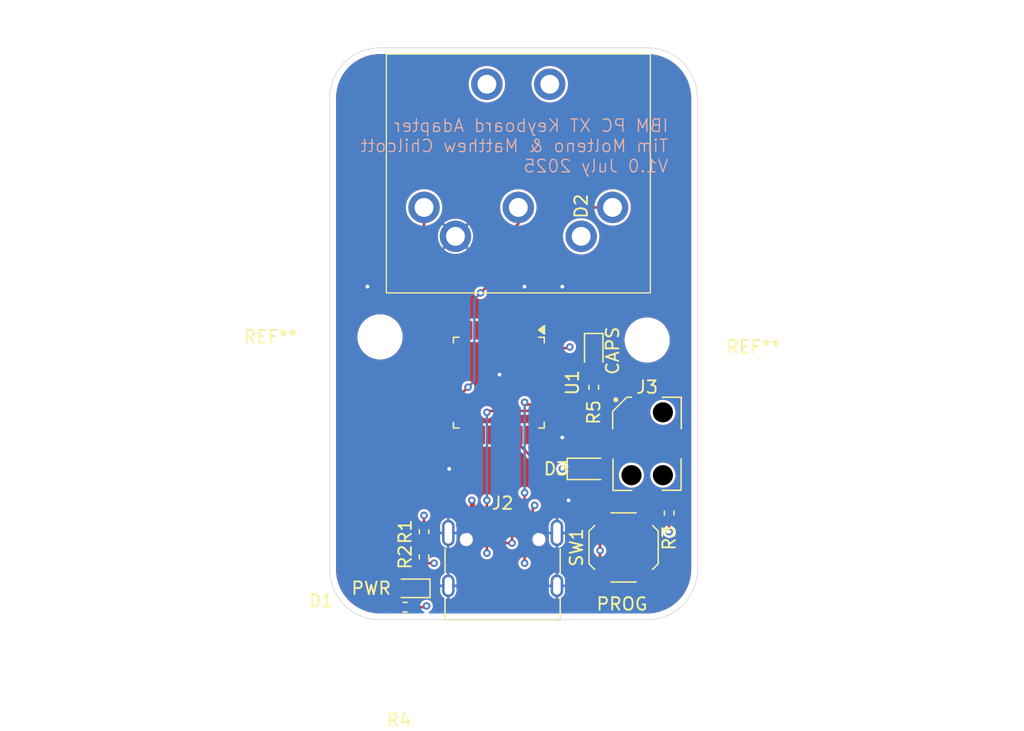
<source format=kicad_pcb>
(kicad_pcb (version 20241229) (generator "pcbnew") (generator_version "9.0")
  (layers (0 "F.Cu" signal) (4 "In1.Cu" signal) (6 "In2.Cu" signal) (2 "B.Cu" signal) (13 "F.Paste" user) (15 "B.Paste" user) (5 "F.SilkS" user "F.Silkscreen") (7 "B.SilkS" user "B.Silkscreen") (1 "F.Mask" user) (3 "B.Mask" user) (25 "Edge.Cuts" user))
  (net 0 "")
  (net 1 "Net-(D1-A)")
  (net 2 "GND")
  (net 3 "+5V")
  (net 4 "KBD_DATA")
  (net 5 "~{KBD_RESET}")
  (net 6 "KBD_CLK")
  (net 7 "UDM")
  (net 8 "UDP")
  (net 10 "CC1")
  (net 11 "CC2")
  (net 13 "Net-(R3-Pad2)")
  (net 29 "Net-(D2-A)")
  (net 39 "Net-(D3-A)")
  (net 53 "LED")
  (net 54 "Net-(J3-SWD)")
  (footprint "Resistor_SMD:R_0402_1005Metric" (layer "F.Cu") (at 156.5 112.01 90)
    (property "Reference" "R3" (at -1.99 0 90) (layer "F.SilkS"))
    (property "Value" "1k")
    (fp_line (start -0.153641 -0.38) (end 0.153641 -0.38) (stroke (width 0.12)) (layer "F.SilkS"))
    (fp_line (start -0.153641 0.38) (end 0.153641 0.38) (stroke (width 0.12)) (layer "F.SilkS"))
    (pad "1" smd roundrect (at -0.51 0 90) (size 0.54 0.64) (layers "F.Cu" "F.Mask" "F.Paste") (net 3 "+5V"))
    (pad "2" smd roundrect (at 0.51 0 90) (size 0.54 0.64) (layers "F.Cu" "F.Mask" "F.Paste") (net 13 "Net-(R3-Pad2)"))
  )
  (footprint "LED_SMD:LED_0603_1608Metric" (layer "F.Cu") (at 135.9875 118 180)
    (property "Reference" "D1" (at 7.1875 -1 0) (layer "F.SilkS"))
    (property "Value" "PWR" (at 3.1875 0 0) (layer "F.SilkS"))
    (fp_line (start 0.8 -0.735) (end -1.485 -0.735) (stroke (width 0.12)) (layer "F.SilkS"))
    (fp_line (start -1.485 0.735) (end 0.8 0.735) (stroke (width 0.12)) (layer "F.SilkS"))
    (fp_line (start -1.485 -0.735) (end -1.485 0.735) (stroke (width 0.12)) (layer "F.SilkS"))
    (pad "1" smd roundrect (at -0.7875 0 180) (size 0.875 0.95) (layers "F.Cu" "F.Mask" "F.Paste") (net 2 "GND"))
    (pad "2" smd roundrect (at 0.7875 0 180) (size 0.875 0.95) (layers "F.Cu" "F.Mask" "F.Paste") (net 1 "Net-(D1-A)"))
  )
  (footprint "Resistor_SMD:R_0402_1005Metric" (layer "F.Cu") (at 150.5 102.01 90)
    (property "Reference" "R5" (at -1.99 0 90) (layer "F.SilkS"))
    (property "Value" "1k")
    (fp_line (start -0.153641 -0.38) (end 0.153641 -0.38) (stroke (width 0.12)) (layer "F.SilkS"))
    (fp_line (start -0.153641 0.38) (end 0.153641 0.38) (stroke (width 0.12)) (layer "F.SilkS"))
    (pad "1" smd roundrect (at -0.51 0 90) (size 0.54 0.64) (layers "F.Cu" "F.Mask" "F.Paste") (net 53 "LED"))
    (pad "2" smd roundrect (at 0.51 0 90) (size 0.54 0.64) (layers "F.Cu" "F.Mask" "F.Paste") (net 29 "Net-(D2-A)"))
  )
  (footprint "Diode_SMD:D_SOD-323" (layer "F.Cu") (at 150 108.5)
    (property "Reference" "D3" (at -2.5 0 0) (layer "F.SilkS"))
    (property "Value" "1N5819")
    (fp_line (start -1.61 -0.85) (end -1.61 0.85) (stroke (width 0.12)) (layer "F.SilkS"))
    (fp_line (start -1.61 -0.85) (end 1.05 -0.85) (stroke (width 0.12)) (layer "F.SilkS"))
    (fp_line (start -1.61 0.85) (end 1.05 0.85) (stroke (width 0.12)) (layer "F.SilkS"))
    (pad "1" smd roundrect (at -1.05 0) (size 0.6 0.45) (layers "F.Cu" "F.Mask" "F.Paste") (net 3 "+5V"))
    (pad "2" smd roundrect (at 1.05 0) (size 0.6 0.45) (layers "F.Cu" "F.Mask" "F.Paste") (net 39 "Net-(D3-A)"))
  )
  (footprint "Package_QFP:LQFP-48_7x7mm_P0.5mm" (layer "F.Cu") (at 142.95 101.6375 -90)
    (property "Reference" "U1" (at 0 -5.85 90) (layer "F.SilkS"))
    (property "Value" "CH32X035C8T6")
    (fp_line (start -3.61 3.61) (end -3.61 3.16) (stroke (width 0.12)) (layer "F.SilkS"))
    (fp_line (start -3.16 3.61) (end -3.61 3.61) (stroke (width 0.12)) (layer "F.SilkS"))
    (fp_line (start 3.16 3.61) (end 3.61 3.61) (stroke (width 0.12)) (layer "F.SilkS"))
    (fp_line (start 3.61 3.61) (end 3.61 3.16) (stroke (width 0.12)) (layer "F.SilkS"))
    (fp_line (start -3.61 -3.61) (end -3.61 -3.16) (stroke (width 0.12)) (layer "F.SilkS"))
    (fp_line (start -3.16 -3.61) (end -3.61 -3.61) (stroke (width 0.12)) (layer "F.SilkS"))
    (fp_line (start 3.16 -3.61) (end 3.61 -3.61) (stroke (width 0.12)) (layer "F.SilkS"))
    (fp_line (start 3.61 -3.61) (end 3.61 -3.16) (stroke (width 0.12)) (layer "F.SilkS"))
    (fp_poly (pts (xy -4.2 -3.16) (xy -4.54 -3.63) (xy -3.86 -3.63)) (stroke (width 0.12)) (fill yes) (layer "F.SilkS"))
    (pad "1" smd roundrect (at -4.1625 -2.75 270) (size 1.475 0.3) (layers "F.Cu" "F.Mask" "F.Paste"))
    (pad "2" smd roundrect (at -4.1625 -2.25 270) (size 1.475 0.3) (layers "F.Cu" "F.Mask" "F.Paste"))
    (pad "3" smd roundrect (at -4.1625 -1.75 270) (size 1.475 0.3) (layers "F.Cu" "F.Mask" "F.Paste"))
    (pad "4" smd roundrect (at -4.1625 -1.25 270) (size 1.475 0.3) (layers "F.Cu" "F.Mask" "F.Paste"))
    (pad "5" smd roundrect (at -4.1625 -0.75 270) (size 1.475 0.3) (layers "F.Cu" "F.Mask" "F.Paste"))
    (pad "6" smd roundrect (at -4.1625 -0.25 270) (size 1.475 0.3) (layers "F.Cu" "F.Mask" "F.Paste"))
    (pad "7" smd roundrect (at -4.1625 0.25 270) (size 1.475 0.3) (layers "F.Cu" "F.Mask" "F.Paste"))
    (pad "8" smd roundrect (at -4.1625 0.75 270) (size 1.475 0.3) (layers "F.Cu" "F.Mask" "F.Paste"))
    (pad "9" smd roundrect (at -4.1625 1.25 270) (size 1.475 0.3) (layers "F.Cu" "F.Mask" "F.Paste"))
    (pad "10" smd roundrect (at -4.1625 1.75 270) (size 1.475 0.3) (layers "F.Cu" "F.Mask" "F.Paste"))
    (pad "11" smd roundrect (at -4.1625 2.25 270) (size 1.475 0.3) (layers "F.Cu" "F.Mask" "F.Paste"))
    (pad "12" smd roundrect (at -4.1625 2.75 270) (size 1.475 0.3) (layers "F.Cu" "F.Mask" "F.Paste"))
    (pad "13" smd roundrect (at -2.75 4.1625 270) (size 0.3 1.475) (layers "F.Cu" "F.Mask" "F.Paste") (net 4 "KBD_DATA"))
    (pad "14" smd roundrect (at -2.25 4.1625 270) (size 0.3 1.475) (layers "F.Cu" "F.Mask" "F.Paste") (net 6 "KBD_CLK"))
    (pad "15" smd roundrect (at -1.75 4.1625 270) (size 0.3 1.475) (layers "F.Cu" "F.Mask" "F.Paste"))
    (pad "16" smd roundrect (at -1.25 4.1625 270) (size 0.3 1.475) (layers "F.Cu" "F.Mask" "F.Paste"))
    (pad "17" smd roundrect (at -0.75 4.1625 270) (size 0.3 1.475) (layers "F.Cu" "F.Mask" "F.Paste"))
    (pad "18" smd roundrect (at -0.25 4.1625 270) (size 0.3 1.475) (layers "F.Cu" "F.Mask" "F.Paste"))
    (pad "19" smd roundrect (at 0.25 4.1625 270) (size 0.3 1.475) (layers "F.Cu" "F.Mask" "F.Paste"))
    (pad "20" smd roundrect (at 0.75 4.1625 270) (size 0.3 1.475) (layers "F.Cu" "F.Mask" "F.Paste") (net 5 "~{KBD_RESET}"))
    (pad "21" smd roundrect (at 1.25 4.1625 270) (size 0.3 1.475) (layers "F.Cu" "F.Mask" "F.Paste"))
    (pad "22" smd roundrect (at 1.75 4.1625 270) (size 0.3 1.475) (layers "F.Cu" "F.Mask" "F.Paste"))
    (pad "23" smd roundrect (at 2.25 4.1625 270) (size 0.3 1.475) (layers "F.Cu" "F.Mask" "F.Paste"))
    (pad "24" smd roundrect (at 2.75 4.1625 270) (size 0.3 1.475) (layers "F.Cu" "F.Mask" "F.Paste"))
    (pad "25" smd roundrect (at 4.1625 2.75 270) (size 1.475 0.3) (layers "F.Cu" "F.Mask" "F.Paste"))
    (pad "26" smd roundrect (at 4.1625 2.25 270) (size 1.475 0.3) (layers "F.Cu" "F.Mask" "F.Paste"))
    (pad "27" smd roundrect (at 4.1625 1.75 270) (size 1.475 0.3) (layers "F.Cu" "F.Mask" "F.Paste"))
    (pad "28" smd roundrect (at 4.1625 1.25 270) (size 1.475 0.3) (layers "F.Cu" "F.Mask" "F.Paste"))
    (pad "29" smd roundrect (at 4.1625 0.75 270) (size 1.475 0.3) (layers "F.Cu" "F.Mask" "F.Paste"))
    (pad "30" smd roundrect (at 4.1625 0.25 270) (size 1.475 0.3) (layers "F.Cu" "F.Mask" "F.Paste"))
    (pad "31" smd roundrect (at 4.1625 -0.25 270) (size 1.475 0.3) (layers "F.Cu" "F.Mask" "F.Paste"))
    (pad "32" smd roundrect (at 4.1625 -0.75 270) (size 1.475 0.3) (layers "F.Cu" "F.Mask" "F.Paste") (net 7 "UDM"))
    (pad "33" smd roundrect (at 4.1625 -1.25 270) (size 1.475 0.3) (layers "F.Cu" "F.Mask" "F.Paste") (net 8 "UDP"))
    (pad "34" smd roundrect (at 4.1625 -1.75 270) (size 1.475 0.3) (layers "F.Cu" "F.Mask" "F.Paste") (net 54 "Net-(J3-SWD)"))
    (pad "35" smd roundrect (at 4.1625 -2.25 270) (size 1.475 0.3) (layers "F.Cu" "F.Mask" "F.Paste"))
    (pad "36" smd roundrect (at 4.1625 -2.75 270) (size 1.475 0.3) (layers "F.Cu" "F.Mask" "F.Paste"))
    (pad "37" smd roundrect (at 2.75 -4.1625 270) (size 0.3 1.475) (layers "F.Cu" "F.Mask" "F.Paste"))
    (pad "38" smd roundrect (at 2.25 -4.1625 270) (size 0.3 1.475) (layers "F.Cu" "F.Mask" "F.Paste") (net 10 "CC1"))
    (pad "39" smd roundrect (at 1.75 -4.1625 270) (size 0.3 1.475) (layers "F.Cu" "F.Mask" "F.Paste") (net 11 "CC2"))
    (pad "40" smd roundrect (at 1.25 -4.1625 270) (size 0.3 1.475) (layers "F.Cu" "F.Mask" "F.Paste") (net 53 "LED"))
    (pad "41" smd roundrect (at 0.75 -4.1625 270) (size 0.3 1.475) (layers "F.Cu" "F.Mask" "F.Paste"))
    (pad "42" smd roundrect (at 0.25 -4.1625 270) (size 0.3 1.475) (layers "F.Cu" "F.Mask" "F.Paste"))
    (pad "43" smd roundrect (at -0.25 -4.1625 270) (size 0.3 1.475) (layers "F.Cu" "F.Mask" "F.Paste"))
    (pad "44" smd roundrect (at -0.75 -4.1625 270) (size 0.3 1.475) (layers "F.Cu" "F.Mask" "F.Paste"))
    (pad "45" smd roundrect (at -1.25 -4.1625 270) (size 0.3 1.475) (layers "F.Cu" "F.Mask" "F.Paste"))
    (pad "46" smd roundrect (at -1.75 -4.1625 270) (size 0.3 1.475) (layers "F.Cu" "F.Mask" "F.Paste"))
    (pad "47" smd roundrect (at -2.25 -4.1625 270) (size 0.3 1.475) (layers "F.Cu" "F.Mask" "F.Paste") (net 2 "GND"))
    (pad "48" smd roundrect (at -2.75 -4.1625 270) (size 0.3 1.475) (layers "F.Cu" "F.Mask" "F.Paste") (net 3 "+5V"))
  )
  (footprint "Resistor_SMD:R_0402_1005Metric" (layer "F.Cu") (at 135.49 119.5 180)
    (property "Reference" "R4" (at 0.49 -9 0) (layer "F.SilkS"))
    (property "Value" "1k")
    (fp_line (start -0.153641 0.38) (end 0.153641 0.38) (stroke (width 0.12)) (layer "F.SilkS"))
    (fp_line (start -0.153641 -0.38) (end 0.153641 -0.38) (stroke (width 0.12)) (layer "F.SilkS"))
    (pad "1" smd roundrect (at -0.51 0 180) (size 0.54 0.64) (layers "F.Cu" "F.Mask" "F.Paste") (net 3 "+5V"))
    (pad "2" smd roundrect (at 0.51 0 180) (size 0.54 0.64) (layers "F.Cu" "F.Mask" "F.Paste") (net 1 "Net-(D1-A)"))
  )
  (footprint "swd-connect:swd-connect-3-mcu-tight" (layer "F.Cu") (at 154.75 106.5)
    (property "Reference" "J3" (at 0 -4.5 0) (layer "F.SilkS"))
    (property "Value" "swd-connect-3")
    (fp_line (start -2.743882 -2.578914) (end -2.743882 -1.198914) (stroke (width 0.12)) (layer "F.SilkS"))
    (fp_line (start -2.714025 3.71528) (end -2.714025 1.21528) (stroke (width 0.12)) (layer "F.SilkS"))
    (fp_line (start -1.623882 -3.698914) (end -2.743882 -2.578914) (stroke (width 0.12)) (layer "F.SilkS"))
    (fp_line (start -1.243882 -3.698914) (end -1.623882 -3.698914) (stroke (width 0.12)) (layer "F.SilkS"))
    (fp_line (start -1.214025 3.71528) (end -2.714025 3.71528) (stroke (width 0.12)) (layer "F.SilkS"))
    (fp_line (start 1.197658 3.698914) (end 2.697658 3.698914) (stroke (width 0.12)) (layer "F.SilkS"))
    (fp_line (start 1.211148 -3.698914) (end 2.711148 -3.698914) (stroke (width 0.12)) (layer "F.SilkS"))
    (fp_line (start 2.697658 3.698914) (end 2.697658 1.198914) (stroke (width 0.12)) (layer "F.SilkS"))
    (fp_line (start 2.711148 -3.698914) (end 2.711148 -1.198914) (stroke (width 0.12)) (layer "F.SilkS"))
    (fp_circle (center -2.5 -3.5) (end -2.5 -3.4) (stroke (width 0.2)) (fill no) (layer "F.SilkS"))
    (pad "" np_thru_hole circle (at -1.25 2.5) (size 1.6 1.6) (drill 1.6) (layers "*.Mask"))
    (pad "" np_thru_hole circle (at 1.25 -2.5) (size 1.6 1.6) (drill 1.6) (layers "*.Mask"))
    (pad "" np_thru_hole circle (at 1.25 2.5) (size 1.6 1.6) (drill 1.6) (layers "*.Mask"))
    (pad "1" smd circle (at -1.25 -2.5) (size 1.5 1.5) (layers "F.Cu" "F.Mask" "F.Paste") (net 54 "Net-(J3-SWD)"))
    (pad "2" smd circle (at -1.25 0) (size 1.5 1.5) (layers "F.Cu" "F.Mask" "F.Paste") (net 2 "GND"))
    (pad "3" smd circle (at 1.25 0) (size 1.5 1.5) (layers "F.Cu" "F.Mask" "F.Paste") (net 39 "Net-(D3-A)"))
  )
  (footprint "MountingHole:MountingHole_3.2mm_M3" (layer "F.Cu") (at 133.5 98)
    (property "Reference" "REF**" (at -8.7 0 0) (layer "F.SilkS"))
    (property "Value" "MountingHole_3.2mm_M3")
    (pad "" np_thru_hole circle (at 0 0) (size 3.2 3.2) (drill 3.2) (layers "*.Cu" "*.Mask"))
  )
  (footprint "Button_Switch_SMD:SW_Push_1P1T_XKB_TS-1187A" (layer "F.Cu") (at 152.875 114.75 90)
    (property "Reference" "SW1" (at 0 -3.75 90) (layer "F.SilkS"))
    (property "Value" "PROG" (at -4.5 -0.125 180) (layer "F.SilkS"))
    (fp_line (start -1.3 -2.75) (end 1.3 -2.75) (stroke (width 0.12)) (layer "F.SilkS"))
    (fp_line (start 1.75 -2.3) (end 1.3 -2.75) (stroke (width 0.12)) (layer "F.SilkS"))
    (fp_line (start -1.75 -2.3) (end -1.3 -2.75) (stroke (width 0.12)) (layer "F.SilkS"))
    (fp_line (start 2.75 -1) (end 2.75 1) (stroke (width 0.12)) (layer "F.SilkS"))
    (fp_line (start -2.75 -1) (end -2.75 1) (stroke (width 0.12)) (layer "F.SilkS"))
    (fp_line (start 1.75 2.3) (end 1.3 2.75) (stroke (width 0.12)) (layer "F.SilkS"))
    (fp_line (start -1.75 2.3) (end -1.3 2.75) (stroke (width 0.12)) (layer "F.SilkS"))
    (fp_line (start -1.3 2.75) (end 1.3 2.75) (stroke (width 0.12)) (layer "F.SilkS"))
    (pad "1" smd rect (at -3 -1.875 90) (size 1 0.75) (layers "F.Cu" "F.Mask" "F.Paste") (net 8 "UDP"))
    (pad "1" smd rect (at 3 -1.875 90) (size 1 0.75) (layers "F.Cu" "F.Mask" "F.Paste") (net 8 "UDP"))
    (pad "2" smd rect (at -3 1.875 90) (size 1 0.75) (layers "F.Cu" "F.Mask" "F.Paste") (net 13 "Net-(R3-Pad2)"))
    (pad "2" smd rect (at 3 1.875 90) (size 1 0.75) (layers "F.Cu" "F.Mask" "F.Paste") (net 13 "Net-(R3-Pad2)"))
  )
  (footprint "Connector_USB:USB_C_Receptacle_G-Switch_GT-USB-7010ASV" (layer "F.Cu") (at 143.25 116.725)
    (property "Reference" "J2" (at 0 -5.5 0) (layer "F.SilkS"))
    (property "Value" "USB_C_Receptacle_USB2.0_16P")
    (fp_line (start -4.58 -1.85) (end -4.58 0.07) (stroke (width 0.12)) (layer "F.SilkS"))
    (fp_line (start -4.58 3.785) (end -4.58 2.08) (stroke (width 0.12)) (layer "F.SilkS"))
    (fp_line (start 4.58 0.07) (end 4.58 -1.85) (stroke (width 0.12)) (layer "F.SilkS"))
    (fp_line (start 4.58 2.08) (end 4.58 3.785) (stroke (width 0.12)) (layer "F.SilkS"))
    (fp_line (start 4.58 3.785) (end -4.58 3.785) (stroke (width 0.12)) (layer "F.SilkS"))
    (pad "" np_thru_hole circle (at -2.89 -2.605) (size 0.65 0.65) (drill 0.65) (layers "*.Cu" "*.Mask"))
    (pad "" np_thru_hole circle (at 2.89 -2.605) (size 0.65 0.65) (drill 0.65) (layers "*.Cu" "*.Mask"))
    (pad "A1" smd rect (at -3.2 -3.725) (size 0.6 1.24) (layers "F.Cu" "F.Mask" "F.Paste") (net 2 "GND"))
    (pad "A4" smd rect (at -2.4 -3.725) (size 0.6 1.24) (layers "F.Cu" "F.Mask" "F.Paste") (net 3 "+5V"))
    (pad "A5" smd rect (at -1.25 -3.725) (size 0.3 1.24) (layers "F.Cu" "F.Mask" "F.Paste") (net 10 "CC1"))
    (pad "A6" smd rect (at -0.25 -3.725) (size 0.3 1.24) (layers "F.Cu" "F.Mask" "F.Paste") (net 8 "UDP"))
    (pad "A7" smd rect (at 0.25 -3.725) (size 0.3 1.24) (layers "F.Cu" "F.Mask" "F.Paste") (net 7 "UDM"))
    (pad "A8" smd rect (at 1.25 -3.725) (size 0.3 1.24) (layers "F.Cu" "F.Mask" "F.Paste"))
    (pad "A9" smd rect (at 2.4 -3.725) (size 0.6 1.24) (layers "F.Cu" "F.Mask" "F.Paste") (net 3 "+5V"))
    (pad "A12" smd rect (at 3.2 -3.725) (size 0.6 1.24) (layers "F.Cu" "F.Mask" "F.Paste") (net 2 "GND"))
    (pad "B1" smd rect (at 3.2 -3.725) (size 0.6 1.24) (layers "F.Cu" "F.Mask" "F.Paste") (net 2 "GND"))
    (pad "B4" smd rect (at 2.4 -3.725) (size 0.6 1.24) (layers "F.Cu" "F.Mask" "F.Paste") (net 3 "+5V"))
    (pad "B5" smd rect (at 1.75 -3.725) (size 0.3 1.24) (layers "F.Cu" "F.Mask" "F.Paste") (net 11 "CC2"))
    (pad "B6" smd rect (at 0.75 -3.725) (size 0.3 1.24) (layers "F.Cu" "F.Mask" "F.Paste") (net 8 "UDP"))
    (pad "B7" smd rect (at -0.75 -3.725) (size 0.3 1.24) (layers "F.Cu" "F.Mask" "F.Paste") (net 7 "UDM"))
    (pad "B8" smd rect (at -1.75 -3.725) (size 0.3 1.24) (layers "F.Cu" "F.Mask" "F.Paste"))
    (pad "B9" smd rect (at -2.4 -3.725) (size 0.6 1.24) (layers "F.Cu" "F.Mask" "F.Paste") (net 3 "+5V"))
    (pad "B12" smd rect (at -3.2 -3.725) (size 0.6 1.24) (layers "F.Cu" "F.Mask" "F.Paste") (net 2 "GND"))
    (pad "S1" thru_hole oval (at -4.32 -3.125) (size 1 2.1) (drill oval 0.6 1.7) (property pad_prop_heatsink) (layers "*.Cu" "*.Mask") (net 2 "GND"))
    (pad "S1" thru_hole oval (at -4.32 1.075) (size 1 1.8) (drill oval 0.6 1.4) (property pad_prop_heatsink) (layers "*.Cu" "*.Mask") (net 2 "GND"))
    (pad "S1" thru_hole oval (at 4.32 -3.125) (size 1 2.1) (drill oval 0.6 1.7) (property pad_prop_heatsink) (layers "*.Cu" "*.Mask") (net 2 "GND"))
    (pad "S1" thru_hole oval (at 4.32 1.075) (size 1 1.8) (drill oval 0.6 1.4) (property pad_prop_heatsink) (layers "*.Cu" "*.Mask") (net 2 "GND"))
  )
  (footprint "Resistor_SMD:R_0402_1005Metric" (layer "F.Cu") (at 137 115.51 90)
    (property "Reference" "R2" (at 0 -1.5 90) (layer "F.SilkS"))
    (property "Value" "5.1k")
    (fp_line (start -0.153641 -0.38) (end 0.153641 -0.38) (stroke (width 0.12)) (layer "F.SilkS"))
    (fp_line (start -0.153641 0.38) (end 0.153641 0.38) (stroke (width 0.12)) (layer "F.SilkS"))
    (pad "1" smd roundrect (at -0.51 0 90) (size 0.54 0.64) (layers "F.Cu" "F.Mask" "F.Paste") (net 11 "CC2"))
    (pad "2" smd roundrect (at 0.51 0 90) (size 0.54 0.64) (layers "F.Cu" "F.Mask" "F.Paste") (net 2 "GND"))
  )
  (footprint "LED_SMD:LED_0603_1608Metric" (layer "F.Cu") (at 150.5 99.2125 -90)
    (property "Reference" "D2" (at -11.6125 1 90) (layer "F.SilkS"))
    (property "Value" "CAPS" (at -0.1125 -1.5 90) (layer "F.SilkS"))
    (fp_line (start -1.485 0.735) (end 0.8 0.735) (stroke (width 0.12)) (layer "F.SilkS"))
    (fp_line (start -1.485 -0.735) (end -1.485 0.735) (stroke (width 0.12)) (layer "F.SilkS"))
    (fp_line (start 0.8 -0.735) (end -1.485 -0.735) (stroke (width 0.12)) (layer "F.SilkS"))
    (pad "1" smd roundrect (at -0.7875 0 270) (size 0.875 0.95) (layers "F.Cu" "F.Mask" "F.Paste") (net 2 "GND"))
    (pad "2" smd roundrect (at 0.7875 0 270) (size 0.875 0.95) (layers "F.Cu" "F.Mask" "F.Paste") (net 29 "Net-(D2-A)"))
  )
  (footprint "MountingHole:MountingHole_3.2mm_M3" (layer "F.Cu") (at 154.75 98.25)
    (property "Reference" "REF**" (at 8.45 0.55 0) (layer "F.SilkS"))
    (property "Value" "MountingHole_3.2mm_M3")
    (pad "" np_thru_hole circle (at 0 0) (size 3.2 3.2) (drill 3.2) (layers "*.Cu" "*.Mask"))
  )
  (footprint "DIN5:HOOYA-DIN_504B_M5" (layer "F.Cu") (at 144.5 87.7 180)
    (property "Reference" "J1" (hide yes))
    (property "Value" "DIN-5_180degree")
    (fp_rect (start -10.5 -6.8) (end 10.5 12.2) (stroke (width 0.1)) (fill no) (layer "F.SilkS"))
    (pad "" np_thru_hole circle (at -2.5 9.8 180) (size 2.5 2.5) (drill 1.5) (layers "F&B.Cu" "*.Mask"))
    (pad "" np_thru_hole circle (at 2.5 9.8 180) (size 2.5 2.5) (drill 1.5) (layers "F&B.Cu" "*.Mask"))
    (pad "1" thru_hole circle (at 7.5 0 180) (size 2.5 2.5) (drill 1.5) (layers "*.Cu" "*.Mask") (net 6 "KBD_CLK"))
    (pad "2" thru_hole circle (at 0 0 180) (size 2.5 2.5) (drill 1.5) (layers "*.Cu" "*.Mask") (net 4 "KBD_DATA"))
    (pad "3" thru_hole circle (at -7.5 0 180) (size 2.5 2.5) (drill 1.5) (layers "*.Cu" "*.Mask") (net 5 "~{KBD_RESET}"))
    (pad "4" thru_hole circle (at 5 -2.3 180) (size 2.5 2.5) (drill 1.5) (layers "*.Cu" "*.Mask") (net 2 "GND"))
    (pad "5" thru_hole circle (at -5 -2.3 180) (size 2.5 2.5) (drill 1.5) (layers "*.Cu" "*.Mask") (net 3 "+5V"))
  )
  (footprint "Resistor_SMD:R_0402_1005Metric" (layer "F.Cu") (at 137 113.49 -90)
    (property "Reference" "R1" (at 0.01 1.5 90) (layer "F.SilkS"))
    (property "Value" "5.1k")
    (fp_line (start -0.153641 0.38) (end 0.153641 0.38) (stroke (width 0.12)) (layer "F.SilkS"))
    (fp_line (start -0.153641 -0.38) (end 0.153641 -0.38) (stroke (width 0.12)) (layer "F.SilkS"))
    (pad "1" smd roundrect (at -0.51 0 270) (size 0.54 0.64) (layers "F.Cu" "F.Mask" "F.Paste") (net 10 "CC1"))
    (pad "2" smd roundrect (at 0.51 0 270) (size 0.54 0.64) (layers "F.Cu" "F.Mask" "F.Paste") (net 2 "GND"))
  )
  (gr_line (start 133.5 75) (end 154.75 75) (stroke (width 0.05)) (layer "Edge.Cuts"))
  (gr_line (start 154.75 120.5) (end 133.5 120.5) (stroke (width 0.05)) (layer "Edge.Cuts"))
  (gr_line (start 158.75 79) (end 158.75 116.5) (stroke (width 0.05)) (layer "Edge.Cuts"))
  (gr_arc (start 154.75 75) (mid 157.578427 76.171573) (end 158.75 79) (stroke (width 0.05)) (layer "Edge.Cuts"))
  (gr_arc (start 133.5 120.5) (mid 130.671573 119.328427) (end 129.5 116.5) (stroke (width 0.05)) (layer "Edge.Cuts"))
  (gr_arc (start 129.5 79) (mid 130.671573 76.171573) (end 133.5 75) (stroke (width 0.05)) (layer "Edge.Cuts"))
  (gr_line (start 129.5 116.5) (end 129.5 79) (stroke (width 0.05)) (layer "Edge.Cuts"))
  (gr_arc (start 158.75 116.5) (mid 157.578427 119.328427) (end 154.75 120.5) (stroke (width 0.05)) (layer "Edge.Cuts"))
  (gr_text "IBM PC XT Keyboard Adapter\nTim Molteno & Matthew Chilcott\nV1.0 July 2025" (at 156.5 85 0) (layer "B.SilkS") (effects (font (size 1 1) (thickness 0.1)) (justify left bottom mirror)))
  (segment (start 134.98 119.5) (end 134.98 119.02) (width 0.2) (layer "F.Cu") (net 1))
  (segment (start 135.2 118.8) (end 135.2 118) (width 0.2) (layer "F.Cu") (net 1))
  (segment (start 134.98 119.02) (end 135.2 118.8) (width 0.2) (layer "F.Cu") (net 1))
  (via (at 148.5 111) (size 0.6) (drill 0.3) (layers "F.Cu" "B.Cu") (net 2))
  (via (at 148 106) (size 0.6) (drill 0.3) (layers "F.Cu" "B.Cu") (net 2))
  (via (at 132.5 94) (size 0.6) (drill 0.3) (layers "F.Cu" "B.Cu") (net 2))
  (via (at 148 94) (size 0.6) (drill 0.3) (layers "F.Cu" "B.Cu") (net 2))
  (via (at 145 94) (size 0.6) (drill 0.3) (layers "F.Cu" "B.Cu") (net 2))
  (via (at 143 101) (size 0.6) (drill 0.3) (layers "F.Cu" "B.Cu") (net 2))
  (via (at 139 108.5) (size 0.6) (drill 0.3) (layers "F.Cu" "B.Cu") (net 2))
  (segment (start 145.65 111.55) (end 145.8 111.4) (width 0.2) (layer "F.Cu") (net 3))
  (segment (start 145.65 113) (end 145.65 111.55) (width 0.2) (layer "F.Cu") (net 3))
  (segment (start 148.95 108.5) (end 148 108.5) (width 0.2) (layer "F.Cu") (net 3))
  (segment (start 140.85 113) (end 140.85 111.05) (width 0.4) (layer "F.Cu") (net 3))
  (segment (start 156.5 113.5) (end 156.5 112.52) (width 0.2) (layer "F.Cu") (net 3))
  (segment (start 136 119.5) (end 137.1 119.5) (width 0.2) (layer "F.Cu") (net 3))
  (segment (start 140.85 111.05) (end 140.8 111) (width 0.2) (layer "F.Cu") (net 3))
  (segment (start 147.1125 98.8875) (end 148.5125 98.8875) (width 0.2) (layer "F.Cu") (net 3))
  (segment (start 137.1 119.5) (end 137.2 119.4) (width 0.2) (layer "F.Cu") (net 3))
  (segment (start 148.5125 98.8875) (end 148.6 98.8) (width 0.2) (layer "F.Cu") (net 3))
  (via (at 148.6 98.8) (size 0.6) (drill 0.3) (layers "F.Cu" "B.Cu") (net 3))
  (via (at 156.5 113.5) (size 0.6) (drill 0.3) (layers "F.Cu" "B.Cu") (net 3))
  (via (at 140.8 111) (size 0.6) (drill 0.3) (layers "F.Cu" "B.Cu") (net 3))
  (via (at 148 108.5) (size 0.6) (drill 0.3) (layers "F.Cu" "B.Cu") (net 3))
  (via (at 145.8 111.4) (size 0.6) (drill 0.3) (layers "F.Cu" "B.Cu") (net 3))
  (via (at 137.2 119.4) (size 0.6) (drill 0.3) (layers "F.Cu" "B.Cu") (net 3))
  (segment (start 144.5 89) (end 144.5 87.7) (width 0.2) (layer "F.Cu") (net 4))
  (segment (start 139.2 93) (end 140.5 93) (width 0.2) (layer "F.Cu") (net 4))
  (segment (start 137.8875 98.8875) (end 137.5 98.5) (width 0.2) (layer "F.Cu") (net 4))
  (segment (start 138.7875 98.8875) (end 137.8875 98.8875) (width 0.2) (layer "F.Cu") (net 4))
  (segment (start 137.5 98.5) (end 137.5 94.7) (width 0.2) (layer "F.Cu") (net 4))
  (segment (start 140.5 93) (end 144.5 89) (width 0.2) (layer "F.Cu") (net 4))
  (segment (start 137.5 94.7) (end 139.2 93) (width 0.2) (layer "F.Cu") (net 4))
  (segment (start 140.1125 102.3875) (end 140.5 102) (width 0.2) (layer "F.Cu") (net 5))
  (segment (start 148.3 87.7) (end 152 87.7) (width 0.2) (layer "F.Cu") (net 5))
  (segment (start 138.7875 102.3875) (end 140.1125 102.3875) (width 0.2) (layer "F.Cu") (net 5))
  (segment (start 141.5 94.5) (end 148.3 87.7) (width 0.2) (layer "F.Cu") (net 5))
  (via (at 141.5 94.5) (size 0.6) (drill 0.3) (layers "F.Cu" "B.Cu") (net 5))
  (via (at 140.5 102) (size 0.6) (drill 0.3) (layers "F.Cu" "B.Cu") (net 5))
  (segment (start 140.5 102) (end 141 101.5) (width 0.2) (layer "B.Cu") (net 5))
  (segment (start 141 95.5) (end 141 95) (width 0.2) (layer "B.Cu") (net 5))
  (segment (start 141 95) (end 141.5 94.5) (width 0.2) (layer "B.Cu") (net 5))
  (segment (start 141 101.5) (end 141 95.5) (width 0.2) (layer "B.Cu") (net 5))
  (segment (start 137 87.7) (end 137 99) (width 0.2) (layer "F.Cu") (net 6))
  (segment (start 138.7875 99.3875) (end 137.3875 99.3875) (width 0.2) (layer "F.Cu") (net 6))
  (segment (start 138.7385 99.3385) (end 138.7875 99.3875) (width 0.2) (layer "F.Cu") (net 6))
  (segment (start 137.3875 99.3875) (end 137 99) (width 0.2) (layer "F.Cu") (net 6))
  (segment (start 143.7 110.850057) (end 142.5 112.050057) (width 0.2) (layer "F.Cu") (net 7))
  (segment (start 142.5 112.050057) (end 142.5 113) (width 0.2) (layer "F.Cu") (net 7))
  (segment (start 143.5 113) (end 143.5 111.050057) (width 0.2) (layer "F.Cu") (net 7))
  (segment (start 143.7 105.8) (end 143.7 110.850057) (width 0.2) (layer "F.Cu") (net 7))
  (segment (start 143.5 111.050057) (end 143.7 110.850057) (width 0.2) (layer "F.Cu") (net 7))
  (segment (start 144.2 105.8) (end 144.2 112.079) (width 0.2) (layer "F.Cu") (net 8))
  (segment (start 144 114.4) (end 144 113) (width 0.2) (layer "F.Cu") (net 8))
  (segment (start 143 114.4) (end 144 114.4) (width 0.2) (layer "F.Cu") (net 8))
  (segment (start 143 113) (end 143 114.4) (width 0.2) (layer "F.Cu") (net 8))
  (segment (start 151 115) (end 151 111.75) (width 0.2) (layer "F.Cu") (net 8))
  (segment (start 151 117.75) (end 151 115) (width 0.2) (layer "F.Cu") (net 8))
  (segment (start 144 112.279) (end 144 113) (width 0.2) (layer "F.Cu") (net 8))
  (segment (start 144.2 112.079) (end 144 112.279) (width 0.2) (layer "F.Cu") (net 8))
  (via (at 144 114.4) (size 0.6) (drill 0.3) (layers "F.Cu" "B.Cu") (net 8))
  (via (at 151 115) (size 0.6) (drill 0.3) (layers "F.Cu" "B.Cu") (net 8))
  (segment (start 142 104) (end 142.1125 103.8875) (width 0.2) (layer "F.Cu") (net 10))
  (segment (start 142.1125 103.8875) (end 147.1125 103.8875) (width 0.2) (layer "F.Cu") (net 10))
  (segment (start 137 112.2) (end 137 112.98) (width 0.2) (layer "F.Cu") (net 10))
  (segment (start 142 113) (end 142 115.2) (width 0.2) (layer "F.Cu") (net 10))
  (segment (start 142 113) (end 142 111) (width 0.2) (layer "F.Cu") (net 10))
  (via (at 142 111) (size 0.6) (drill 0.3) (layers "F.Cu" "B.Cu") (net 10))
  (via (at 142 104) (size 0.6) (drill 0.3) (layers "F.Cu" "B.Cu") (net 10))
  (via (at 137 112.2) (size 0.6) (drill 0.3) (layers "F.Cu" "B.Cu") (net 10))
  (via (at 142 115.2) (size 0.6) (drill 0.3) (layers "F.Cu" "B.Cu") (net 10))
  (segment (start 142 111) (end 142 104) (width 0.2) (layer "B.Cu") (net 10))
  (segment (start 137.8 116) (end 137.02 116) (width 0.2) (layer "F.Cu") (net 11))
  (segment (start 145 103.2) (end 145.1875 103.3875) (width 0.2) (layer "F.Cu") (net 11))
  (segment (start 145 113) (end 145 110.4) (width 0.2) (layer "F.Cu") (net 11))
  (segment (start 137.02 116) (end 137 116.02) (width 0.2) (layer "F.Cu") (net 11))
  (segment (start 145 113) (end 145 116) (width 0.2) (layer "F.Cu") (net 11))
  (segment (start 145.1875 103.3875) (end 147.1125 103.3875) (width 0.2) (layer "F.Cu") (net 11))
  (via (at 137.8 116) (size 0.6) (drill 0.3) (layers "F.Cu" "B.Cu") (net 11))
  (via (at 145 116) (size 0.6) (drill 0.3) (layers "F.Cu" "B.Cu") (net 11))
  (via (at 145 103.2) (size 0.6) (drill 0.3) (layers "F.Cu" "B.Cu") (net 11))
  (via (at 145 110.4) (size 0.6) (drill 0.3) (layers "F.Cu" "B.Cu") (net 11))
  (segment (start 145 110.4) (end 145 103.2) (width 0.2) (layer "B.Cu") (net 11))
  (segment (start 156.5 111.5) (end 155 111.5) (width 0.2) (layer "F.Cu") (net 13))
  (segment (start 154.75 111.75) (end 154.75 117.75) (width 0.2) (layer "F.Cu") (net 13))
  (segment (start 155 111.5) (end 154.75 111.75) (width 0.2) (layer "F.Cu") (net 13))
  (segment (start 150.5 101.5) (end 150.5 100) (width 0.2) (layer "F.Cu") (net 29))
  (segment (start 154.601 107.899) (end 156 106.5) (width 0.2) (layer "F.Cu") (net 39))
  (segment (start 151.05 108.5) (end 151.651 107.899) (width 0.2) (layer "F.Cu") (net 39))
  (segment (start 151.651 107.899) (end 154.601 107.899) (width 0.2) (layer "F.Cu") (net 39))
  (segment (start 150.1325 102.8875) (end 150.5 102.52) (width 0.2) (layer "F.Cu") (net 53))
  (segment (start 147.1125 102.8875) (end 150.1325 102.8875) (width 0.2) (layer "F.Cu") (net 53))
  (segment (start 150 107.5) (end 153.5 104) (width 0.2) (layer "F.Cu") (net 54))
  (segment (start 144.7 105.8) (end 144.7 106.7) (width 0.2) (layer "F.Cu") (net 54))
  (segment (start 145.5 107.5) (end 150 107.5) (width 0.2) (layer "F.Cu") (net 54))
  (segment (start 144.7 106.7) (end 145.5 107.5) (width 0.2) (layer "F.Cu") (net 54))
  (zone (net 2) (net_name "GND") (layers "F.Cu" "B.Cu") (connect_pads (clearance 0.15)) (min_thickness 0.15) (fill yes (thermal_gap 0.15) (thermal_bridge_width 0.2))
    (polygon (pts (xy 127.5 73.5) (xy 160 73.5) (xy 160 123.5) (xy 127.5 123.5)))
  )
)
</source>
